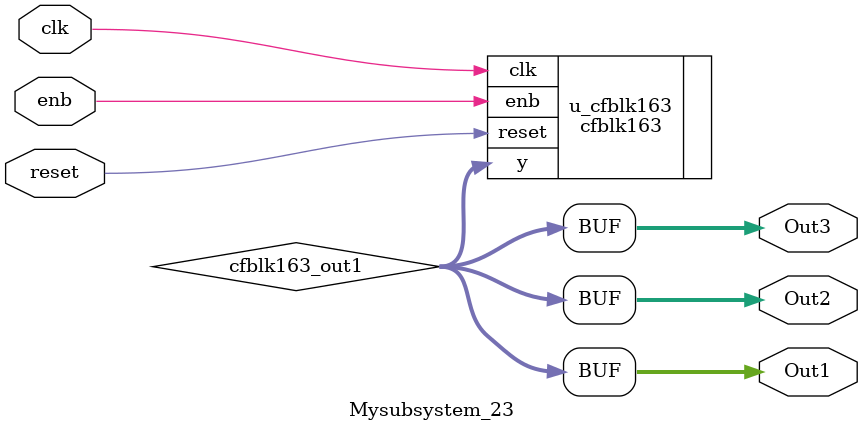
<source format=v>



`timescale 1 ns / 1 ns

module Mysubsystem_23
          (clk,
           reset,
           enb,
           Out1,
           Out2,
           Out3);


  input   clk;
  input   reset;
  input   enb;
  output  [7:0] Out1;  // uint8
  output  [7:0] Out2;  // uint8
  output  [7:0] Out3;  // uint8


  wire [7:0] cfblk163_out1;  // uint8


  cfblk163 u_cfblk163 (.clk(clk),
                       .reset(reset),
                       .enb(enb),
                       .y(cfblk163_out1)  // uint8
                       );

  assign Out1 = cfblk163_out1;

  assign Out2 = cfblk163_out1;

  assign Out3 = cfblk163_out1;

endmodule  // Mysubsystem_23


</source>
